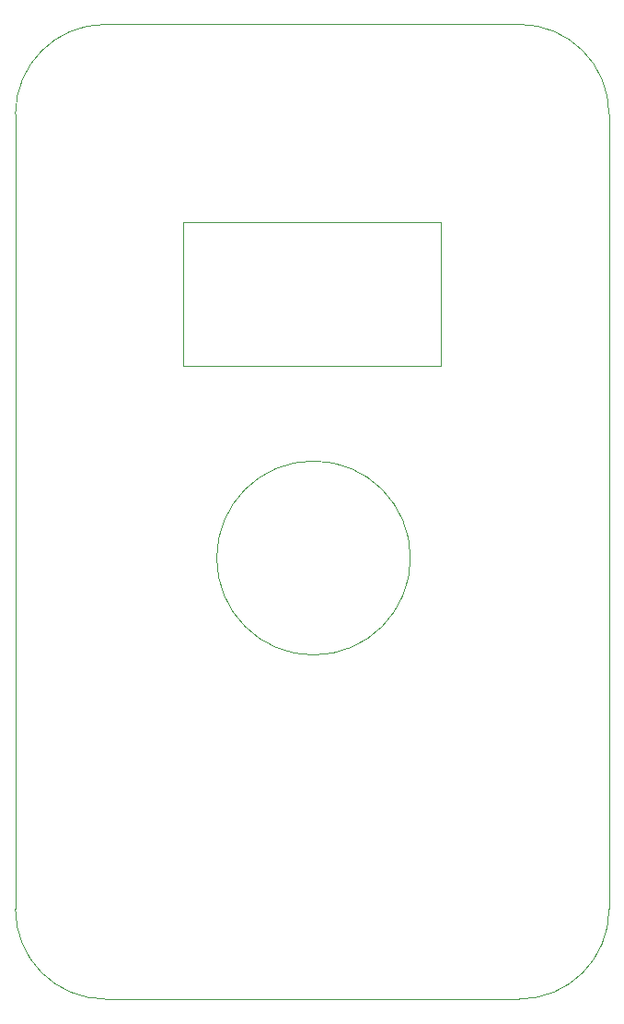
<source format=gm1>
G04 #@! TF.GenerationSoftware,KiCad,Pcbnew,7.0.5-unknown-202306101748~6fbdf8f0e2~ubuntu22.04.1*
G04 #@! TF.CreationDate,2023-07-16T12:35:09+01:00*
G04 #@! TF.ProjectId,front_panel,66726f6e-745f-4706-916e-656c2e6b6963,rev?*
G04 #@! TF.SameCoordinates,Original*
G04 #@! TF.FileFunction,Profile,NP*
%FSLAX46Y46*%
G04 Gerber Fmt 4.6, Leading zero omitted, Abs format (unit mm)*
G04 Created by KiCad (PCBNEW 7.0.5-unknown-202306101748~6fbdf8f0e2~ubuntu22.04.1) date 2023-07-16 12:35:09*
%MOMM*%
%LPD*%
G01*
G04 APERTURE LIST*
G04 #@! TA.AperFunction,Profile*
%ADD10C,0.100000*%
G04 #@! TD*
G04 APERTURE END LIST*
D10*
X170692834Y-138307834D02*
G75*
G03*
X178947834Y-130052834I-34J8255034D01*
G01*
X132592834Y-48772834D02*
X170692834Y-48772834D01*
X139807834Y-66977834D02*
X163507834Y-66977834D01*
X163507834Y-80177834D01*
X139807834Y-80177834D01*
X139807834Y-66977834D01*
X132592834Y-48772834D02*
G75*
G03*
X124337834Y-57027834I6J-8255006D01*
G01*
X132592834Y-138307834D02*
X170692834Y-138307834D01*
X124337834Y-57027834D02*
X124337834Y-130052834D01*
X124337866Y-130052834D02*
G75*
G03*
X132592834Y-138307834I8254934J-66D01*
G01*
X160677650Y-97790000D02*
G75*
G03*
X160677650Y-97790000I-8912650J0D01*
G01*
X178947866Y-57027834D02*
G75*
G03*
X170692834Y-48772834I-8255066J-66D01*
G01*
X178947834Y-57027834D02*
X178947834Y-130052834D01*
M02*

</source>
